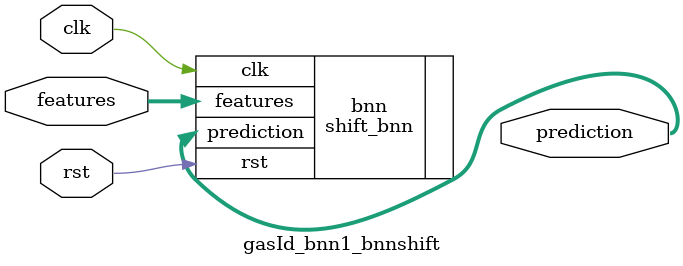
<source format=v>













module gasId_bnn1_bnnshift #(

parameter FEAT_CNT = 128,
parameter HIDDEN_CNT = 40,
parameter FEAT_BITS = 4,
parameter CLASS_CNT = 6,
parameter TEST_CNT = 1000


  ) (
  input clk,
  input rst,
  input [FEAT_CNT*FEAT_BITS-1:0] features,
  output [$clog2(CLASS_CNT)-1:0] prediction
  );

  localparam Weights0 = 5120'b00000110110011000100101101011001110011111100100010110010000010110100001101100101100110010111001101110000001110000110001011110110100011011101000001000111010100111111010010001101100110000000001001010110101010000000110111000010010101100100100110101010100010010001110000010110100011001110000100011010100001101001111010110101101001000110100011001001100000001010001110100001101011100001100110010110110101100101100011110110101000001100111111101111011101000000110100011000000110100001101011100100100011011001100000000011010111101010010110001101111011000111011011101100111100000000100110111100000101011001100010111001110110011100100100011111011111001101001011000011100000001011010000111101110101011100001100011110110110010001101100100011000001110010111000100100100111011111010010100101110110000000001001011011011001001010111011010010011000100101101101010101011001001011001011100010001110110001010001100011011101110000100100100011010101110111000010000010110010111011101100111100100001001100011000101111110001111100101110111000001001101010111011000100101000000001001001110011000011000010010011110100101011011001100000000010010110110101010010101111111111100110001001010011010000001110010000111110011000100101101011010110010100100111001100111011000010111101101111100000001000110110001110111011010101010001110101001011110010011100010110100101010101110001101010100110011010011111011010100010110100001010000100001101110001100000111101110111000111000001000011110000100011011101110100001011101100101010110010000000011101011101111110101110101000101101100001111100000011110110111000010011100010101100100111011111101010011111010110000001001101010010110100010000111001101110000110011111001001110001101110110110001101001001110011110000101100111010110000000001000010010000011010001010111001000000100110011000000100110100111010111000110010010110010110010111111011001011101000001001010111000001010110101110101100110011100010001000100111111110111110101001101100111101111011111010100110011000111111010001001111000011010001000001001111011110011111011011110101001101110001101001101010011100000001000010011100010111110010101111110000100110000001010001011110001010111011001000110010100101000101110100101011111111001011110010010100010111100010101101100000001110011001011101011111101001111111000110011000001101110001101101101101101000111111100000010110101110100111011100011001101001111111111000001010111011110011000000110001100111100100111010101011101100000011100100010100010110100010111110100000001110010001110101001101100010111001100110111111000001000100101011101011111100000011000100010101010000011100000110111000001111110011101100110100000101111110000000010101111010011010000011110110010011000101110011001010000110010010101111100101101001101101011000111001000010101110111000000110110001001001100110001011101001101010000011000101110001011011101010100111100111100011111001000000011011100011100111010101111010011001011010100101001011010010111011000010000011110010000110110111010101100111100011110100001010100001011011101001100001001111100100101010011101000001000000010110101100010010001101011111000001001101001111110001000100100000010000110110101110010000111101111011110111010111100000100111111010100110100000101011101100110111001111001011100010010010110111100110110001111001101010001001111111010100111101010111000010101000101101011011000001011010110100101111100101001000101100000111011011101011000100101001011101100001000010010110110100010001100110101001110110100010010001111101001011101001101111100100001100111101010101011100001011111000010000001010010101100111011001111001110000110101001111100111011011010111011111011100011011010011001111010111000010101010001101111001101001101110000010011011111110111110101001111001001010110111011000010000100101101101000100011001101110011111111010001110011011101110011111111000001010111110100001000010010101000110110010111010101011100000111110110110001001000101101000100000000001000111001010010010001000011110100011011000101110101100001111101100000011101001011100101011001001101011100000011110111011010001001111001111010001111110001110100010010101000000111111000011111010111011111100010110010111110100011111010011100100001101111000001010100101101010101111111111111111110111011101010101011101101100101011000010100110011101000001001100110101001011100101011010001101000001111011011001001011011101000100001000110011011010100011110010010001000100000111000011101100010101010101011111110001111110111110100010100100100100111101000111111110111001001001111100011101101101000011101011101100010011111111000010010110100101010000110111100001100011000011110111001011110110110000000010111101110101101110010010000011101111111000110010011100011110110101001010111011111001100111111101001001000100101011101011100000000011110100101101011010101110011010100000011000001011111101001110111011101011001000110001101111110100101011001111001111010011001001100011000100011011101100001001011000100101100100000011110100001100011001011100000011001110110010101111110101010110000010100100010010001010101111100001001110000011010001101010111010111110000101110011001101001001000011111111110101100010000010010100110011100010101110101000101110011001110101 ;
  localparam Weights1 = 240'b001101100010110011101111111110000101100100111011101110001100100011010110111110010011010000101000111011101111100011011101110101110110000001111111010010111010101110110110000010000111110101011111100011100111010010101100110110001100101001011011 ;

  shift_bnn #(.FEAT_CNT(FEAT_CNT),.FEAT_BITS(FEAT_BITS),.HIDDEN_CNT(HIDDEN_CNT),.CLASS_CNT(CLASS_CNT),.Weights0(Weights0),.Weights1(Weights1)) bnn (
    .clk(clk),
    .rst(rst),
    .features(features),
    .prediction(prediction)
  );

endmodule

</source>
